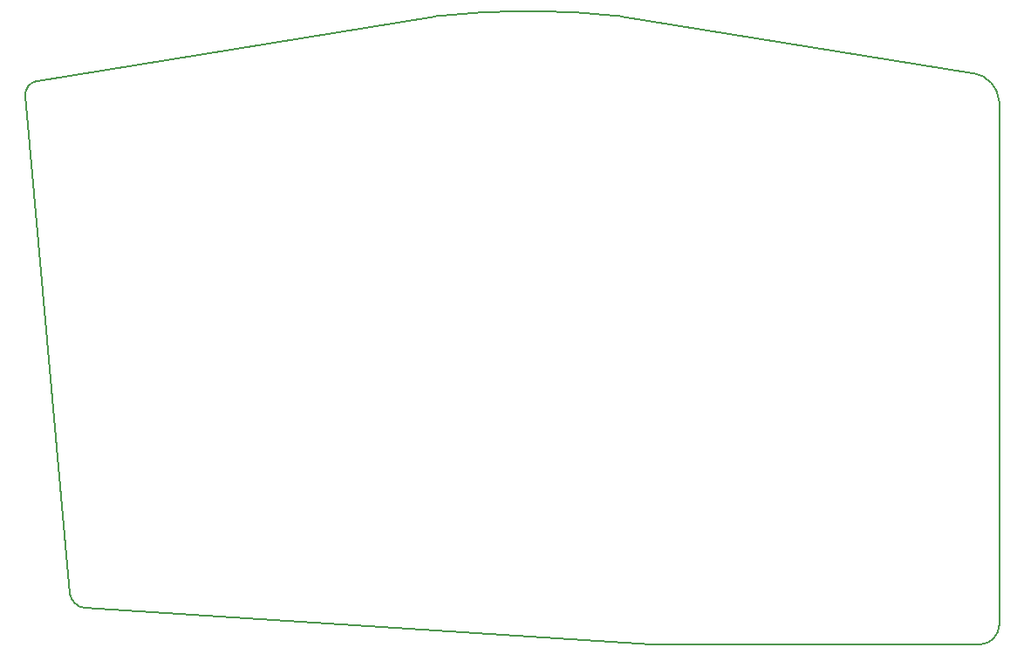
<source format=gbr>
%TF.GenerationSoftware,KiCad,Pcbnew,6.0.0-rc2*%
%TF.CreationDate,2021-12-17T22:08:25+01:00*%
%TF.ProjectId,nano0,6e616e6f-302e-46b6-9963-61645f706362,VERSION_HERE*%
%TF.SameCoordinates,Original*%
%TF.FileFunction,Profile,NP*%
%FSLAX46Y46*%
G04 Gerber Fmt 4.6, Leading zero omitted, Abs format (unit mm)*
G04 Created by KiCad (PCBNEW 6.0.0-rc2) date 2021-12-17 22:08:25*
%MOMM*%
%LPD*%
G01*
G04 APERTURE LIST*
%TA.AperFunction,Profile*%
%ADD10C,0.150000*%
%TD*%
G04 APERTURE END LIST*
D10*
X220132000Y-108174000D02*
G75*
G03*
X202132000Y-108174000I-9000000J-79670380D01*
G01*
X256844799Y-116484400D02*
G75*
G03*
X254279400Y-113690400I-2977299J-158950D01*
G01*
X163473995Y-114450248D02*
G75*
G03*
X162293218Y-115900200I214723J-1380623D01*
G01*
X166623998Y-164261800D02*
G75*
G03*
X168071800Y-165633400I1682298J325842D01*
G01*
X223132000Y-169174000D02*
X254990600Y-169174000D01*
X254990600Y-169173999D02*
G75*
G03*
X256844800Y-167309800I-82042J1935828D01*
G01*
X223132000Y-169174000D02*
X168071800Y-165633400D01*
X166624000Y-164261800D02*
X162293218Y-115900200D01*
X163473995Y-114450248D02*
X202132000Y-108174000D01*
X220132000Y-108174000D02*
X254279400Y-113690400D01*
X256844800Y-116484400D02*
X256844800Y-167309800D01*
M02*

</source>
